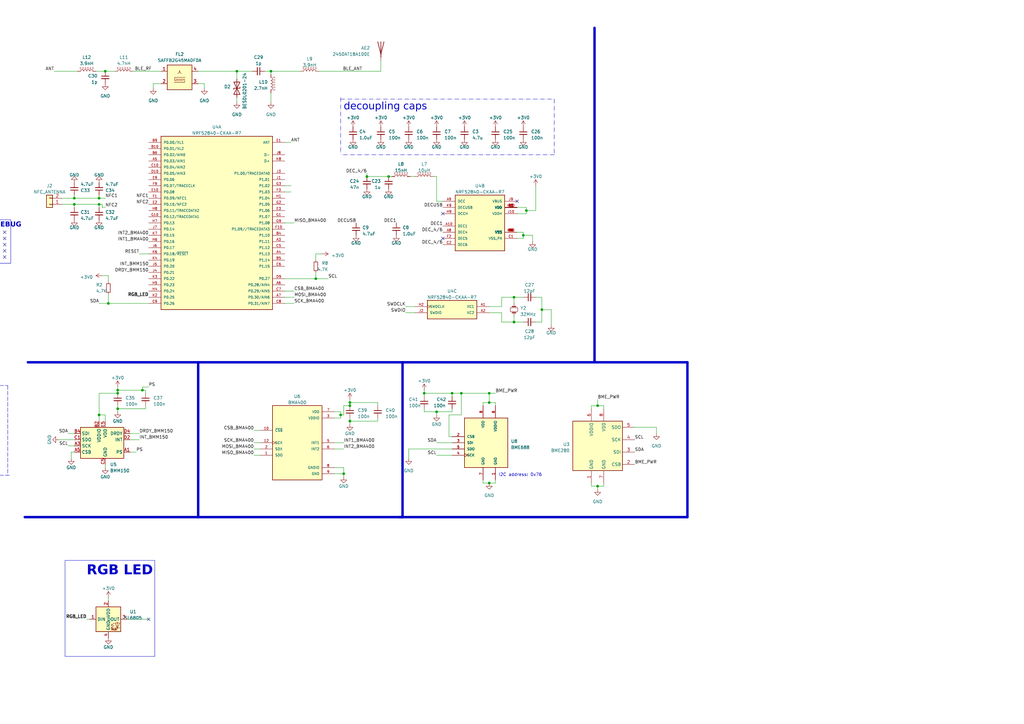
<source format=kicad_sch>
(kicad_sch (version 20230121) (generator eeschema)
  (paper "A3")
  (junction (at 173.99 161.29))
  (junction (at 40.64 83.82))
  (junction (at 200.66 165.1))
  (junction (at 189.23 161.29))
  (junction (at -204.47 132.715))
  (junction (at 185.42 161.29))
  (junction (at -137.16 45.085))
  (junction (at 48.26 160.02))
  (junction (at -191.135 80.01))
  (junction (at 245.11 166.37))
  (junction (at 214.63 96.52))
  (junction (at -220.98 132.715))
  (junction (at -105.41 28.575))
  (junction (at 159.385 72.39))
  (junction (at -96.52 28.575))
  (junction (at 30.48 81.28))
  (junction (at 210.82 132.08))
  (junction (at 200.66 198.12))
  (junction (at 97.155 29.21))
  (junction (at 111.125 29.21))
  (junction (at 150.495 72.39))
  (junction (at -245.11 80.01))
  (junction (at 40.64 81.28))
  (junction (at 48.26 167.64))
  (junction (at -259.08 80.01))
  (junction (at 179.07 168.91))
  (junction (at 44.45 124.46))
  (junction (at 200.66 161.29))
  (junction (at 143.51 166.37))
  (junction (at 245.11 199.39))
  (junction (at -135.89 200.025))
  (junction (at 43.18 29.21))
  (junction (at -204.47 119.38))
  (junction (at 139.7 170.18))
  (junction (at 40.64 170.18))
  (junction (at 58.42 160.02))
  (junction (at 48.26 161.29))
  (junction (at -220.98 125.73))
  (junction (at 210.82 121.92))
  (junction (at 140.97 194.31))
  (junction (at 129.54 114.3))
  (junction (at 143.51 165.1))
  (junction (at 30.48 83.82))
  (junction (at 215.9 86.36))
  (junction (at 143.51 172.72))
  (junction (at 222.25 127))
  (no_connect (at -104.14 69.85))
  (no_connect (at -104.14 128.27))
  (no_connect (at -104.14 179.07))
  (no_connect (at 1.905 95.25))
  (no_connect (at 60.96 254))
  (no_connect (at -104.14 163.83))
  (no_connect (at -124.46 54.61))
  (no_connect (at 181.61 87.63))
  (no_connect (at 181.61 97.79))
  (no_connect (at -104.14 181.61))
  (no_connect (at 212.09 82.55))
  (no_connect (at -104.14 107.95))
  (no_connect (at -104.14 135.89))
  (no_connect (at -104.14 82.55))
  (no_connect (at -132.08 54.61))
  (no_connect (at 1.905 105.41))
  (no_connect (at 1.905 97.79))
  (no_connect (at -104.14 77.47))
  (no_connect (at 1.905 102.87))
  (no_connect (at -104.14 171.45))
  (no_connect (at -104.14 64.77))
  (no_connect (at -104.14 161.29))
  (no_connect (at -104.14 102.87))
  (no_connect (at -104.14 62.23))
  (no_connect (at -104.14 138.43))
  (no_connect (at -104.14 186.69))
  (no_connect (at -104.14 156.21))
  (no_connect (at 1.905 100.33))
  (no_connect (at -104.14 153.67))
  (no_connect (at -104.14 74.93))
  (no_connect (at -104.14 189.23))
  (no_connect (at -104.14 158.75))
  (no_connect (at -104.14 120.65))
  (no_connect (at -104.14 118.11))
  (no_connect (at -104.14 146.05))
  (no_connect (at -104.14 173.99))
  (no_connect (at -104.14 105.41))
  (wire (pts (xy -144.78 52.07) (xy -144.78 54.61)))
  (wire (pts (xy -304.165 80.01) (xy -278.765 80.01)))
  (wire (pts (xy -304.8 185.42) (xy -304.8 184.15)))
  (wire (pts (xy 269.24 175.26) (xy 269.24 177.8)))
  (wire (pts (xy 40.64 85.09) (xy 40.64 83.82)))
  (wire (pts (xy 205.74 125.73) (xy 205.74 121.92)))
  (wire (pts (xy 260.35 175.26) (xy 269.24 175.26)))
  (wire (pts (xy 226.06 133.35) (xy 226.06 127)))
  (wire (pts (xy 205.74 121.92) (xy 210.82 121.92)))
  (wire (pts (xy 170.18 72.39) (xy 168.275 72.39)))
  (wire (pts (xy 120.65 124.46) (xy 116.84 124.46)))
  (wire (pts (xy -134.62 200.025) (xy -134.62 196.85)))
  (wire (pts (xy -167.64 33.655) (xy -167.64 34.925)))
  (wire (pts (xy -152.4 48.26) (xy -195.58 48.26)))
  (wire (pts (xy 242.57 199.39) (xy 245.11 199.39)))
  (wire (pts (xy -186.69 119.38) (xy -186.69 120.65)))
  (wire (pts (xy 52.07 254) (xy 60.96 254)))
  (wire (pts (xy -17.78 184.785) (xy -17.78 182.88)))
  (wire (pts (xy 97.155 29.21) (xy 97.155 32.385)))
  (wire (pts (xy 62.865 34.29) (xy 66.04 34.29)))
  (wire (pts (xy 57.15 104.14) (xy 60.96 104.14)))
  (wire (pts (xy 198.12 198.12) (xy 200.66 198.12)))
  (wire (pts (xy 200.66 165.1) (xy 200.66 161.29)))
  (wire (pts (xy -96.52 27.305) (xy -96.52 28.575)))
  (wire (pts (xy -88.265 90.17) (xy -104.14 90.17)))
  (wire (pts (xy -88.265 110.49) (xy -104.14 110.49)))
  (wire (pts (xy -204.47 132.715) (xy -186.69 132.715)))
  (wire (pts (xy -88.265 92.71) (xy -104.14 92.71)))
  (wire (pts (xy 156.21 29.21) (xy 130.81 29.21)))
  (wire (pts (xy 218.44 99.06) (xy 218.44 96.52)))
  (wire (pts (xy 57.15 180.34) (xy 53.34 180.34)))
  (wire (pts (xy -88.265 166.37) (xy -104.14 166.37)))
  (wire (pts (xy 203.2 165.1) (xy 200.66 165.1)))
  (wire (pts (xy 41.91 83.82) (xy 40.64 83.82)))
  (wire (pts (xy 129.54 114.3) (xy 116.84 114.3)))
  (wire (pts (xy 41.91 113.03) (xy 44.45 113.03)))
  (wire (pts (xy -304.165 75.565) (xy -304.165 80.01)))
  (wire (pts (xy 62.865 34.29) (xy 62.865 36.195)))
  (wire (pts (xy 173.99 161.29) (xy 173.99 162.56)))
  (wire (pts (xy -194.945 80.01) (xy -191.135 80.01)))
  (wire (pts (xy 245.11 163.83) (xy 245.11 166.37)))
  (wire (pts (xy 83.82 34.29) (xy 83.82 36.195)))
  (wire (pts (xy 200.66 128.27) (xy 205.74 128.27)))
  (wire (pts (xy 27.94 182.88) (xy 30.48 182.88)))
  (wire (pts (xy 44.45 245.11) (xy 44.45 246.38)))
  (wire (pts (xy 185.42 179.07) (xy 184.15 179.07)))
  (wire (pts (xy 219.71 86.36) (xy 215.9 86.36)))
  (wire (pts (xy 111.125 38.1) (xy 111.125 41.91)))
  (wire (pts (xy -127 28.575) (xy -123.825 28.575)))
  (wire (pts (xy 210.82 132.08) (xy 210.82 129.54)))
  (wire (pts (xy -88.265 176.53) (xy -104.14 176.53)))
  (wire (pts (xy 44.45 124.46) (xy 60.96 124.46)))
  (wire (pts (xy 123.19 29.21) (xy 111.125 29.21)))
  (wire (pts (xy -88.265 97.79) (xy -104.14 97.79)))
  (wire (pts (xy 129.54 104.14) (xy 129.54 106.68)))
  (wire (pts (xy 40.64 80.01) (xy 40.64 81.28)))
  (wire (pts (xy 41.91 85.09) (xy 41.91 83.82)))
  (wire (pts (xy 29.21 185.42) (xy 29.21 187.96)))
  (wire (pts (xy 245.11 199.39) (xy 247.65 199.39)))
  (wire (pts (xy 200.66 161.29) (xy 203.2 161.29)))
  (wire (pts (xy 210.82 121.92) (xy 210.82 124.46)))
  (wire (pts (xy 59.69 161.29) (xy 59.69 160.02)))
  (wire (pts (xy 140.97 170.18) (xy 140.97 166.37)))
  (wire (pts (xy 132.08 104.14) (xy 129.54 104.14)))
  (polyline (pts (xy 3.175 158.115) (xy 3.175 194.945)) (stroke (width 0) (type dash)))
  (wire (pts (xy 57.15 177.8) (xy 53.34 177.8)))
  (wire (pts (xy 104.14 181.61) (xy 106.68 181.61)))
  (wire (pts (xy 185.42 186.69) (xy 179.07 186.69)))
  (wire (pts (xy -88.265 125.73) (xy -104.14 125.73)))
  (wire (pts (xy 30.48 185.42) (xy 29.21 185.42)))
  (wire (pts (xy -87.63 67.31) (xy -104.14 67.31)))
  (wire (pts (xy -137.16 196.85) (xy -137.16 200.025)))
  (wire (pts (xy 104.14 186.69) (xy 106.68 186.69)))
  (wire (pts (xy -17.78 182.88) (xy -13.97 182.88)))
  (wire (pts (xy 154.94 171.45) (xy 154.94 172.72)))
  (wire (pts (xy 200.66 161.29) (xy 189.23 161.29)))
  (wire (pts (xy 143.51 165.1) (xy 143.51 166.37)))
  (polyline (pts (xy 139.7 40.64) (xy 227.33 40.64)) (stroke (width 0) (type dash_dot)))
  (wire (pts (xy -157.48 34.29) (xy -157.48 34.925)))
  (wire (pts (xy 48.26 158.75) (xy 48.26 160.02)))
  (wire (pts (xy 214.63 132.08) (xy 210.82 132.08)))
  (wire (pts (xy -142.24 33.655) (xy -167.64 33.655)))
  (wire (pts (xy 245.11 166.37) (xy 242.57 166.37)))
  (wire (pts (xy 139.7 170.18) (xy 140.97 170.18)))
  (wire (pts (xy 104.14 184.15) (xy 106.68 184.15)))
  (wire (pts (xy 31.75 29.21) (xy 22.225 29.21)))
  (wire (pts (xy 25.4 83.82) (xy 30.48 83.82)))
  (wire (pts (xy -149.86 52.07) (xy -149.86 54.61)))
  (wire (pts (xy 247.65 199.39) (xy 247.65 198.12)))
  (wire (pts (xy 46.99 29.21) (xy 43.18 29.21)))
  (wire (pts (xy -318.77 176.53) (xy -304.8 176.53)))
  (polyline (pts (xy 139.7 40.005) (xy 139.7 62.865)) (stroke (width 0) (type dash_dot)))
  (wire (pts (xy -245.11 90.805) (xy -245.11 92.71)))
  (wire (pts (xy 205.74 128.27) (xy 205.74 132.08)))
  (wire (pts (xy 179.07 168.91) (xy 173.99 168.91)))
  (wire (pts (xy -13.335 85.09) (xy -104.14 85.09)))
  (wire (pts (xy -210.82 85.09) (xy -210.82 86.995)))
  (wire (pts (xy -186.69 120.65) (xy -170.18 120.65)))
  (wire (pts (xy -157.48 54.61) (xy -157.48 51.435)))
  (wire (pts (xy -318.135 165.1) (xy -303.53 165.1)))
  (wire (pts (xy 48.26 160.02) (xy 48.26 161.29)))
  (wire (pts (xy 111.125 30.48) (xy 111.125 29.21)))
  (wire (pts (xy 242.57 198.12) (xy 242.57 199.39)))
  (wire (pts (xy -173.99 51.435) (xy -157.48 51.435)))
  (polyline (pts (xy -270.51 192.405) (xy -361.95 192.405)) (stroke (width 0) (type dash)))
  (wire (pts (xy -147.32 34.29) (xy -157.48 34.29)))
  (wire (pts (xy -147.32 54.61) (xy -147.32 34.29)))
  (wire (pts (xy 25.4 81.28) (xy 30.48 81.28)))
  (wire (pts (xy -204.47 119.38) (xy -186.69 119.38)))
  (wire (pts (xy 198.12 165.1) (xy 198.12 166.37)))
  (wire (pts (xy -170.18 130.81) (xy -186.69 130.81)))
  (wire (pts (xy -135.89 200.025) (xy -134.62 200.025)))
  (wire (pts (xy -88.265 113.03) (xy -104.14 113.03)))
  (wire (pts (xy 119.38 76.2) (xy 116.84 76.2)))
  (wire (pts (xy 58.42 160.02) (xy 48.26 160.02)))
  (wire (pts (xy 44.45 120.65) (xy 44.45 124.46)))
  (polyline (pts (xy 227.33 40.64) (xy 227.33 63.5)) (stroke (width 0) (type dash_dot)))
  (polyline (pts (xy 281.94 148.59) (xy 281.94 212.09)) (stroke (width 1)))
  (wire (pts (xy -88.265 80.01) (xy -104.14 80.01)))
  (polyline (pts (xy -361.95 135.255) (xy -361.95 192.405)) (stroke (width 0) (type dash)))
  (wire (pts (xy 143.51 163.83) (xy 143.51 165.1)))
  (wire (pts (xy -88.265 95.25) (xy -104.14 95.25)))
  (wire (pts (xy -259.08 81.28) (xy -259.08 80.01)))
  (wire (pts (xy 55.88 185.42) (xy 53.34 185.42)))
  (wire (pts (xy 30.48 83.82) (xy 30.48 85.09)))
  (wire (pts (xy 181.61 82.55) (xy 179.07 82.55)))
  (wire (pts (xy -106.68 28.575) (xy -105.41 28.575)))
  (wire (pts (xy 27.94 177.8) (xy 30.48 177.8)))
  (wire (pts (xy -134.62 45.085) (xy -134.62 54.61)))
  (wire (pts (xy -137.16 41.91) (xy -137.16 45.085)))
  (wire (pts (xy 179.07 82.55) (xy 179.07 72.39)))
  (wire (pts (xy 143.51 165.1) (xy 154.94 165.1)))
  (wire (pts (xy 139.7 170.18) (xy 139.7 171.45)))
  (wire (pts (xy 44.45 113.03) (xy 44.45 115.57)))
  (polyline (pts (xy -29.845 158.115) (xy -29.845 194.945)) (stroke (width 0) (type dash)))
  (wire (pts (xy 215.9 87.63) (xy 212.09 87.63)))
  (wire (pts (xy 173.99 160.02) (xy 173.99 161.29)))
  (wire (pts (xy 120.65 91.44) (xy 116.84 91.44)))
  (wire (pts (xy 167.64 184.15) (xy 185.42 184.15)))
  (wire (pts (xy 160.655 72.39) (xy 159.385 72.39)))
  (wire (pts (xy 166.37 128.27) (xy 170.18 128.27)))
  (polyline (pts (xy 81.28 212.09) (xy 165.1 212.09)) (stroke (width 1)))
  (wire (pts (xy 81.28 29.21) (xy 97.155 29.21)))
  (wire (pts (xy 166.37 125.73) (xy 170.18 125.73)))
  (wire (pts (xy -220.98 119.38) (xy -215.265 119.38)))
  (wire (pts (xy -210.82 85.09) (xy -213.995 85.09)))
  (wire (pts (xy 40.64 161.29) (xy 48.26 161.29)))
  (wire (pts (xy 30.48 81.28) (xy 30.48 80.01)))
  (wire (pts (xy 104.14 176.53) (xy 106.68 176.53)))
  (wire (pts (xy -245.11 80.01) (xy -245.11 83.185)))
  (wire (pts (xy 159.385 72.39) (xy 150.495 72.39)))
  (wire (pts (xy 219.71 121.92) (xy 222.25 121.92)))
  (polyline (pts (xy -363.22 135.255) (xy -271.78 135.255)) (stroke (width 0) (type dash)))
  (wire (pts (xy -304.8 184.15) (xy -318.135 184.15)))
  (wire (pts (xy 143.51 173.99) (xy 143.51 172.72)))
  (wire (pts (xy -229.235 85.09) (xy -231.775 85.09)))
  (wire (pts (xy 43.18 29.21) (xy 39.37 29.21)))
  (wire (pts (xy 222.25 121.92) (xy 222.25 127)))
  (wire (pts (xy 215.9 86.36) (xy 215.9 87.63)))
  (wire (pts (xy 214.63 121.92) (xy 210.82 121.92)))
  (wire (pts (xy 212.09 95.25) (xy 214.63 95.25)))
  (wire (pts (xy 214.63 95.25) (xy 214.63 96.52)))
  (wire (pts (xy -88.265 130.81) (xy -104.14 130.81)))
  (wire (pts (xy 245.11 166.37) (xy 247.65 166.37)))
  (polyline (pts (xy 3.81 194.945) (xy -29.21 194.945)) (stroke (width 0) (type dash)))
  (wire (pts (xy -195.58 48.26) (xy -195.58 59.055)))
  (wire (pts (xy 140.97 191.77) (xy 137.16 191.77)))
  (wire (pts (xy 242.57 166.37) (xy 242.57 167.64)))
  (wire (pts (xy -210.185 119.38) (xy -204.47 119.38)))
  (wire (pts (xy 140.97 166.37) (xy 143.51 166.37)))
  (wire (pts (xy 137.16 194.31) (xy 140.97 194.31)))
  (wire (pts (xy -201.93 125.73) (xy -199.39 125.73)))
  (wire (pts (xy -17.78 172.085) (xy -17.78 175.26)))
  (wire (pts (xy -88.265 143.51) (xy -104.14 143.51)))
  (wire (pts (xy -304.8 174.625) (xy -304.8 176.53)))
  (wire (pts (xy -137.16 200.025) (xy -135.89 200.025)))
  (wire (pts (xy -105.41 28.575) (xy -96.52 28.575)))
  (wire (pts (xy 120.65 121.92) (xy 116.84 121.92)))
  (wire (pts (xy 40.64 124.46) (xy 44.45 124.46)))
  (wire (pts (xy -87.63 72.39) (xy -104.14 72.39)))
  (wire (pts (xy -88.265 148.59) (xy -104.14 148.59)))
  (polyline (pts (xy 243.84 148.59) (xy 281.94 148.59)) (stroke (width 1)))
  (wire (pts (xy -259.08 80.01) (xy -256.54 80.01)))
  (wire (pts (xy 40.64 81.28) (xy 43.18 81.28)))
  (wire (pts (xy -259.08 88.9) (xy -259.08 92.71)))
  (wire (pts (xy 140.97 181.61) (xy 137.16 181.61)))
  (wire (pts (xy 30.48 83.82) (xy 40.64 83.82)))
  (wire (pts (xy 59.69 166.37) (xy 59.69 167.64)))
  (wire (pts (xy 59.69 167.64) (xy 48.26 167.64)))
  (wire (pts (xy -88.265 151.13) (xy -104.14 151.13)))
  (wire (pts (xy -154.94 49.53) (xy -154.94 54.61)))
  (wire (pts (xy -213.995 80.01) (xy -202.565 80.01)))
  (wire (pts (xy -191.135 80.01) (xy -187.325 80.01)))
  (wire (pts (xy 59.69 160.02) (xy 58.42 160.02)))
  (polyline (pts (xy -29.845 158.115) (xy 3.175 158.115)) (stroke (width 0) (type dash)))
  (wire (pts (xy 203.2 196.85) (xy 203.2 198.12)))
  (polyline (pts (xy 11.43 148.59) (xy 243.84 148.59)) (stroke (width 1)))
  (wire (pts (xy 173.99 161.29) (xy 185.42 161.29)))
  (polyline (pts (xy 227.33 63.5) (xy 139.7 63.5)) (stroke (width 0) (type dash_dot)))
  (wire (pts (xy -189.23 168.91) (xy -170.18 168.91)))
  (wire (pts (xy 43.18 172.72) (xy 43.18 170.18)))
  (wire (pts (xy 156.21 24.765) (xy 156.21 29.21)))
  (wire (pts (xy -184.15 49.53) (xy -154.94 49.53)))
  (wire (pts (xy 203.2 166.37) (xy 203.2 165.1)))
  (wire (pts (xy 184.15 179.07) (xy 184.15 170.18)))
  (wire (pts (xy -271.145 80.01) (xy -259.08 80.01)))
  (wire (pts (xy 40.64 170.18) (xy 40.64 161.29)))
  (wire (pts (xy 173.99 168.91) (xy 173.99 167.64)))
  (wire (pts (xy -17.78 175.26) (xy -13.335 175.26)))
  (wire (pts (xy -137.16 45.085) (xy -137.16 54.61)))
  (wire (pts (xy -13.335 87.63) (xy -104.14 87.63)))
  (polyline (pts (xy 81.28 148.59) (xy 81.28 212.09)) (stroke (width 1)))
  (wire (pts (xy -127 54.61) (xy -127 28.575)))
  (wire (pts (xy -210.82 132.715) (xy -204.47 132.715)))
  (wire (pts (xy 226.06 127) (xy 222.25 127)))
  (wire (pts (xy -88.265 115.57) (xy -104.14 115.57)))
  (wire (pts (xy -116.205 28.575) (xy -114.3 28.575)))
  (wire (pts (xy -142.24 54.61) (xy -142.24 33.655)))
  (wire (pts (xy -220.98 132.715) (xy -220.98 133.985)))
  (wire (pts (xy 119.38 58.42) (xy 116.84 58.42)))
  (wire (pts (xy 247.65 167.64) (xy 247.65 166.37)))
  (wire (pts (xy -152.4 54.61) (xy -152.4 48.26)))
  (wire (pts (xy 219.71 76.2) (xy 219.71 86.36)))
  (wire (pts (xy 119.38 78.74) (xy 116.84 78.74)))
  (wire (pts (xy 60.96 158.75) (xy 58.42 158.75)))
  (wire (pts (xy 184.15 170.18) (xy 189.23 170.18)))
  (wire (pts (xy -318.77 150.495) (xy -304.165 150.495)))
  (wire (pts (xy 111.125 29.21) (xy 108.585 29.21)))
  (wire (pts (xy 140.97 194.31) (xy 140.97 191.77)))
  (wire (pts (xy -251.46 80.01) (xy -245.11 80.01)))
  (wire (pts (xy 198.12 196.85) (xy 198.12 198.12)))
  (wire (pts (xy 215.9 85.09) (xy 215.9 86.36)))
  (wire (pts (xy 189.23 170.18) (xy 189.23 161.29)))
  (wire (pts (xy 154.94 166.37) (xy 154.94 165.1)))
  (wire (pts (xy 154.94 172.72) (xy 143.51 172.72)))
  (wire (pts (xy -184.15 59.055) (xy -184.15 49.53)))
  (wire (pts (xy 24.13 180.34) (xy 30.48 180.34)))
  (wire (pts (xy 140.97 184.15) (xy 137.16 184.15)))
  (wire (pts (xy -88.265 133.35) (xy -104.14 133.35)))
  (wire (pts (xy -231.775 85.09) (xy -231.775 86.995)))
  (wire (pts (xy -88.265 100.33) (xy -104.14 100.33)))
  (wire (pts (xy 139.7 171.45) (xy 137.16 171.45)))
  (wire (pts (xy 214.63 96.52) (xy 214.63 97.79)))
  (wire (pts (xy -179.705 80.01) (xy -170.18 80.01)))
  (wire (pts (xy -88.265 168.91) (xy -104.14 168.91)))
  (wire (pts (xy 245.11 199.39) (xy 245.11 200.66)))
  (wire (pts (xy 218.44 96.52) (xy 214.63 96.52)))
  (wire (pts (xy 214.63 97.79) (xy 212.09 97.79)))
  (polyline (pts (xy 281.94 212.09) (xy 163.83 212.09)) (stroke (width 1)))
  (wire (pts (xy -204.47 123.19) (xy -204.47 119.38)))
  (wire (pts (xy 48.26 167.64) (xy 48.26 166.37)))
  (wire (pts (xy -189.23 173.99) (xy -170.18 173.99)))
  (wire (pts (xy 200.66 198.12) (xy 203.2 198.12)))
  (wire (pts (xy 179.07 181.61) (xy 185.42 181.61)))
  (wire (pts (xy 212.09 85.09) (xy 215.9 85.09)))
  (wire (pts (xy 43.18 85.09) (xy 41.91 85.09)))
  (wire (pts (xy 150.495 71.12) (xy 150.495 72.39)))
  (wire (pts (xy -173.99 59.055) (xy -173.99 51.435)))
  (wire (pts (xy 40.64 172.72) (xy 40.64 170.18)))
  (wire (pts (xy -220.98 125.73) (xy -207.01 125.73)))
  (wire (pts (xy 48.26 168.91) (xy 48.26 167.64)))
  (polyline (pts (xy 10.16 212.09) (xy 81.28 212.09)) (stroke (width 1)))
  (wire (pts (xy 134.62 114.3) (xy 129.54 114.3)))
  (wire (pts (xy 35.56 254) (xy 36.83 254)))
  (wire (pts (xy 140.97 195.58) (xy 140.97 194.31)))
  (wire (pts (xy 167.64 184.15) (xy 167.64 187.96)))
  (wire (pts (xy 143.51 172.72) (xy 143.51 171.45)))
  (wire (pts (xy 222.25 132.08) (xy 219.71 132.08)))
  (wire (pts (xy 200.66 125.73) (xy 205.74 125.73)))
  (wire (pts (xy -220.98 132.715) (xy -215.9 132.715)))
  (wire (pts (xy 58.42 158.75) (xy 58.42 160.02)))
  (wire (pts (xy 185.42 167.64) (xy 185.42 168.91)))
  (wire (pts (xy -134.62 45.085) (xy -137.16 45.085)))
  (wire (pts (xy 129.54 111.76) (xy 129.54 114.3)))
  (wire (pts (xy 222.25 127) (xy 222.25 132.08)))
  (wire (pts (xy 43.18 190.5) (xy 43.18 191.77)))
  (wire (pts (xy -220.98 119.38) (xy -220.98 125.73)))
  (wire (pts (xy 97.155 40.005) (xy 97.155 41.91)))
  (wire (pts (xy 66.04 29.21) (xy 54.61 29.21)))
  (wire (pts (xy 81.28 34.29) (xy 83.82 34.29)))
  (wire (pts (xy 137.16 168.91) (xy 139.7 168.91)))
  (wire (pts (xy 103.505 29.21) (xy 97.155 29.21)))
  (wire (pts (xy -186.69 132.715) (xy -186.69 130.81)))
  (wire (pts (xy 200.66 165.1) (xy 198.12 165.1)))
  (wire (pts (xy 40.64 81.28) (xy 30.48 81.28)))
  (polyline (pts (xy 243.84 11.43) (xy 243.84 148.59)) (stroke (width 1)))
  (wire (pts (xy 205.74 132.08) (xy 210.82 132.08)))
  (wire (pts (xy -229.235 80.01) (xy -245.11 80.01)))
  (wire (pts (xy -88.265 123.19) (xy -104.14 123.19)))
  (polyline (pts (xy -270.51 135.255) (xy -270.51 192.405)) (stroke (width 0) (type dash)))
  (wire (pts (xy 120.65 119.38) (xy 116.84 119.38)))
  (wire (pts (xy 179.07 72.39) (xy 177.8 72.39)))
  (wire (pts (xy 185.42 162.56) (xy 185.42 161.29)))
  (wire (pts (xy 185.42 168.91) (xy 179.07 168.91)))
  (wire (pts (xy -189.23 171.45) (xy -170.18 171.45)))
  (wire (pts (xy 43.18 170.18) (xy 40.64 170.18)))
  (wire (pts (xy -318.135 157.48) (xy -303.53 157.48)))
  (polyline (pts (xy 165.1 212.09) (xy 165.1 148.59)) (stroke (width 1)))
  (wire (pts (xy -204.47 132.715) (xy -204.47 128.27)))
  (wire (pts (xy 179.07 168.91) (xy 179.07 170.18)))
  (wire (pts (xy 139.7 168.91) (xy 139.7 170.18)))
  (wire (pts (xy -220.98 125.73) (xy -220.98 132.715)))
  (wire (pts (xy 189.23 161.29) (xy 185.42 161.29)))
  (rectangle (start 26.67 229.87) (end 63.5 269.24))
  (rectangle (start -17.145 90.17) (end 4.445 107.95))
  (rectangle (start -17.145 79.375) (end -0.635 89.535))
  (text "NFC\n" (at -10.795 83.185 0) (effects (font (size 2 2) bold) (justify left bottom)))
  (text "SWD  INTERFACE  CONNECTOR" (at -354.965 144.145 0) (effects (font (size 3 3)) (justify left bottom)))
  (text "RGB LED" (at 35.56 237.49 0) (effects (font (size 4 4) bold) (justify left bottom)))
  (text "TRACE DEBUG" (at -13.335 93.98 0) (effects (font (size 2 2) bold) (justify left bottom)))
  (text "BOOT PIN" (at -22.86 165.1 0) (effects (font (size 3 3)) (justify left bottom)))
  (text "decoupling caps" (at 140.97 46.355 0) (effects (font (size 3 3)) (justify left bottom)))
  (text "I2C address: 0x76" (at 204.47 195.58 0) (effects (font (size 1.27 1.27)) (justify left bottom)))
  (label "RGB_LED" (at 35.56 254 180) (effects (font bold)))
  (label "INT_BMM150" (at 60.96 109.22 180))
  (label "TRACEDATA3" (at -88.265 166.37 0))
  (label "SWDIO" (at 166.37 128.27 180))
  (label "DEC_4{slash}6" (at -96.52 27.305 0))
  (label "INT1_BMA400" (at 140.97 181.61 0))
  (label "CSB_BMA400" (at 104.14 176.53 180))
  (label "SWDIO" (at -304.165 150.495 0))
  (label "RESET" (at -189.23 168.91 180))
  (label "CSB_BMA400" (at 120.65 119.38 0))
  (label "DEC1" (at 181.61 92.71 180))
  (label "NFC2" (at 43.18 85.09 0))
  (label "DEC_4{slash}6" (at 150.495 71.12 180))
  (label "BLE_RF" (at 62.23 29.21 180))
  (label "RGB_LED" (at 60.96 121.92 180) (effects (font bold)))
  (label "INT2_BMA400" (at 140.97 184.15 0))
  (label "BLE_ANT" (at 148.59 29.21 180))
  (label "DRDY_BMM150" (at 60.96 111.76 180))
  (label "TRACEDATA0" (at -88.265 143.51 0))
  (label "BME_PWR" (at 203.2 161.29 0))
  (label "SDA" (at 260.35 185.42 0))
  (label "SWDCLK" (at -303.53 157.48 0))
  (label "INT_BMM150" (at 57.15 180.34 0))
  (label "SWDCLK" (at -189.23 171.45 180))
  (label "MISO_BMA400" (at 120.65 91.44 0))
  (label "DEC1" (at 162.56 91.44 180))
  (label "SCL" (at 260.35 180.34 0))
  (label "SDA" (at 179.07 181.61 180))
  (label "SCL" (at 179.07 186.69 180))
  (label "MISO_BMA400" (at 104.14 186.69 180))
  (label "DECUSB" (at 146.05 91.44 180))
  (label "SCL" (at 134.62 114.3 0))
  (label "SDA" (at 40.64 124.46 180))
  (label "BLE_RF" (at -210.185 80.01 0))
  (label "RESET" (at 57.15 104.14 180))
  (label "SWDCLK" (at 166.37 125.73 180))
  (label "SCK_BMA400" (at 104.14 181.61 180))
  (label "DECUSB" (at 181.61 85.09 180))
  (label "SWDIO" (at -189.23 173.99 180))
  (label "MOSI_BMA400" (at 104.14 184.15 180))
  (label "SDA" (at 27.94 177.8 180))
  (label "DEC_4{slash}6" (at 181.61 95.25 180))
  (label "BME_PWR" (at 245.11 163.83 0))
  (label "DRDY_BMM150" (at 57.15 177.8 0))
  (label "DEC_4{slash}6" (at 181.61 100.33 180))
  (label "BOOT" (at -88.265 176.53 0))
  (label "ANT" (at 119.38 58.42 0))
  (label "SCK_BMA400" (at 120.65 124.46 0))
  (label "TRACEDATA2" (at -88.265 90.17 0))
  (label "PS" (at 60.96 158.75 0))
  (label "TRACECLK" (at -88.265 80.01 0))
  (label "BME_PWR" (at 260.35 190.5 0))
  (label "PS" (at 55.88 185.42 0))
  (label "INT1_BMA400" (at 60.96 99.06 180))
  (label "NFC1" (at 60.96 81.28 180))
  (label "INT2_BMA400" (at 60.96 96.52 180))
  (label "MOSI_BMA400" (at 120.65 121.92 0))
  (label "BLE_ANT" (at -296.545 80.01 0))
  (label "DEC_4{slash}6" (at -149.86 52.07 90))
  (label "BOOT" (at -17.78 172.085 180))
  (label "NFC1" (at 43.18 81.28 0))
  (label "NFC2" (at 60.96 83.82 180))
  (label "TRACEDATA1" (at -88.265 92.71 0))
  (label "RESET" (at -303.53 165.1 0))
  (label "ANT" (at 22.225 29.21 180))
  (label "DEC_4{slash}6" (at -144.78 52.07 90))
  (label "SCL" (at 27.94 182.88 180))
  (hierarchical_label "SCK" (shape output) (at -88.265 133.35 0))
  (hierarchical_label "SCL" (shape output) (at -88.265 151.13 0))
  (hierarchical_label "BAT_MEASURE_ENABLE" (shape input) (at -88.265 95.25 0))
  (hierarchical_label "SDA" (shape output) (at -88.265 148.59 0))
  (hierarchical_label "INT1" (shape output) (at -88.265 100.33 0) (effects (font bold)))
  (hierarchical_label "INT" (shape output) (at -88.265 110.49 0) (effects (font bold)))
  (hierarchical_label "MOSI" (shape output) (at -88.265 130.81 0))
  (hierarchical_label "RGB_LED" (shape output) (at -88.265 115.57 0) (effects (font bold)))
  (hierarchical_label "SENSORS_PWR" (shape output) (at -88.265 168.91 0) (effects (font bold)))
  (hierarchical_label "NFC2" (shape input) (at -13.335 87.63 0))
  (hierarchical_label "BAT_MEASURE" (shape input) (at -87.63 67.31 0))
  (hierarchical_label "DRDY" (shape output) (at -88.265 113.03 0) (effects (font bold)))
  (hierarchical_label "NFC1" (shape input) (at -13.335 85.09 0))
  (hierarchical_label "CS" (shape output) (at -88.265 123.19 0) (effects (font bold)))
  (hierarchical_label "MISO" (shape output) (at -88.265 125.73 0))
  (hierarchical_label "CS_ADXL" (shape output) (at -87.63 72.39 0) (effects (font bold)))
  (hierarchical_label "INT1_ADXL" (shape input) (at -88.265 97.79 0) (effects (font bold)))
  (symbol (lib_id "Device:Antenna") (at -304.165 70.485 0) (unit 1)
    (property "Reference" "AE1" (at -299.72 70.485 0) (effects (justify left)))
    (property "Value" "2450AT18A100E" (at -299.72 73.025 0) (effects (justify left)))
    (property "Footprint" "greencharge-footprints:ANTENNA_2450AT18A100E" (effects hide))
  )
  (symbol (lib_id "GCL_Integrated-Circuits:BME688") (at 200.66 181.61 0) (mirror y) (unit 1)
    (property "Reference" "U8" (at 209.55 180.975 0) (effects (justify right)))
    (property "Value" "BME688" (at 209.55 183.515 0) (effects (justify right)))
    (property "Footprint" "greencharge-footprints:IC_BME688" (effects hide))
    (property "PARTREV" "1.0" (effects hide))
    (property "MANUFACTURER" "BOSCH" (effects hide))
    (property "MAXIMUM_PACKAGE_HEIGHT" "1.0 mm" (effects hide))
    (property "STANDARD" "Manufacturer recommendations" (effects hide))
    (instances (project "THINGY_2.0" (path "" (reference "U8") (unit 1)) (path "" (reference "U11") (unit 1))))
  )
  (symbol (lib_id "power:+3V0") (at 132.08 104.14 270) (mirror x) (unit 1)
    (property "Reference" "#PWR011" (effects hide))
    (property "Value" "+3V0" (at 135.89 104.775 90) (effects (justify left)))
    (instances (project "THINGY_2.0" (path "" (reference "#PWR011") (unit 1)) (path "" (reference "#PWR057") (unit 1))))
  )
  (symbol (lib_id "Device:L_Ferrite") (at 35.56 29.21 270) (mirror x) (unit 1)
    (property "Reference" "L12" (at 35.56 23.495 90))
    (property "Value" "3.9nH" (at 35.56 26.035 90))
    (property "Footprint" "Inductor_SMD:L_0402_1005Metric" (effects hide))
  )
  (symbol (lib_id "power:GND") (at 97.155 41.91 0) (mirror y) (unit 1)
    (property "Reference" "#PWR022" (effects hide))
    (property "Value" "GND" (at 97.155 46.99 0))
  )
  (symbol (lib_id "power:GND") (at 44.45 261.62 0) (unit 1)
    (property "Reference" "#PWR069" (effects hide))
    (property "Value" "GND" (at 44.45 265.43 0))
    (instances (project "THINGY_2.0" (path "" (reference "#PWR069") (unit 1)) (path "" (reference "#PWR090") (unit 1)) (path "" (reference "#PWR058") (unit 1))))
  )
  (symbol (lib_id "Filter:SAFFB942MFM0F0A") (at 73.66 31.75 0) (unit 1)
    (property "Reference" "FL2" (at 73.66 22.225 0))
    (property "Value" "SAFFB2G45MA0F0A" (at 73.66 24.765 0))
    (property "Footprint" "greencharge-footprints:SAFFB881MAN0F0A" (effects hide))
    (property "Datasheet" "https://www.murata.com/~/media/webrenewal/support/library/catalog/products/filter/rf/p73e.ashx?la=en" (effects hide))
  )
  (symbol (lib_id "power:+3V0") (at -137.16 41.91 0) (unit 1)
    (property "Reference" "#PWR011" (effects hide))
    (property "Value" "+3V0" (at -137.16 38.1 0))
    (instances (project "THINGY_2.0" (path "" (reference "#PWR011") (unit 1)) (path "" (reference "#PWR028") (unit 1))))
  )
  (symbol (lib_id "power:GND") (at -96.52 33.655 0) (unit 1)
    (property "Reference" "#PWR070" (effects hide))
    (property "Value" "GND" (at -96.52 36.83 0))
  )
  (symbol (lib_id "Device:C_Small") (at 43.18 31.75 0) (mirror y) (unit 1)
    (property "Reference" "C30" (at 40.005 31.1213 0) (effects (justify left)))
    (property "Value" "1p" (at 40.005 33.6613 0) (effects (justify left)))
    (property "Footprint" "Capacitor_SMD:C_0402_1005Metric" (effects hide))
  )
  (symbol (lib_id "Device:L_Ferrite") (at -183.515 80.01 90) (unit 1)
    (property "Reference" "L4" (at -183.515 74.295 90))
    (property "Value" "3.9nH" (at -183.515 76.835 90))
    (property "Footprint" "Inductor_SMD:L_0402_1005Metric" (effects hide))
  )
  (symbol (lib_id "Device:C_Small") (at 146.05 93.98 0) (unit 1)
    (property "Reference" "C9" (at 148.59 93.3513 0) (effects (justify left)))
    (property "Value" "4.7uF" (at 148.59 95.8913 0) (effects (justify left)))
    (property "Footprint" "Capacitor_SMD:C_0402_1005Metric" (effects hide))
  )
  (symbol (lib_id "power:GND") (at 43.18 34.29 0) (mirror y) (unit 1)
    (property "Reference" "#PWR025" (effects hide))
    (property "Value" "GND" (at 43.18 39.37 0))
  )
  (symbol (lib_id "power:+3V0") (at 167.64 52.07 0) (unit 1)
    (property "Reference" "#PWR011" (effects hide))
    (property "Value" "+3V0" (at 167.64 48.26 0))
    (instances (project "THINGY_2.0" (path "" (reference "#PWR011") (unit 1)) (path "" (reference "#PWR044") (unit 1))))
  )
  (symbol (lib_id "power:+3V0") (at 144.78 52.07 0) (unit 1)
    (property "Reference" "#PWR011" (effects hide))
    (property "Value" "+3V0" (at 144.78 48.26 0))
    (instances (project "THINGY_2.0" (path "" (reference "#PWR011") (unit 1)) (path "" (reference "#PWR036") (unit 1))))
  )
  (symbol (lib_id "power:GND") (at 140.97 195.58 0) (unit 1)
    (property "Reference" "#PWR047" (effects hide))
    (property "Value" "GND" (at 140.97 199.39 0))
  )
  (symbol (lib_id "Device:C_Small") (at -191.135 82.55 0) (unit 1)
    (property "Reference" "C17" (at -187.96 81.9213 0) (effects (justify left)))
    (property "Value" "1p" (at -187.96 84.4613 0) (effects (justify left)))
    (property "Footprint" "Capacitor_SMD:C_0402_1005Metric" (effects hide))
  )
  (symbol (lib_id "power:GND") (at 226.06 133.35 0) (unit 1)
    (property "Reference" "#PWR020" (effects hide))
    (property "Value" "GND" (at 226.06 136.525 0))
  )
  (symbol (lib_id "GCL_Integrated-Circuits:SK6805") (at 39.37 248.92 0) (unit 1)
    (property "Reference" "U1" (at 54.61 250.8759 0))
    (property "Value" "SL6805" (at 54.61 253.4159 0))
    (property "Footprint" "greencharge-footprints:0606-RGB" (effects hide))
    (instances (project "THINGY_2.0" (path "" (reference "U1") (unit 1)) (path "" (reference "U13") (unit 1))) (project "TUYA_CB3L_PROJECT" (path "" (reference "U7") (unit 1))))
  )
  (symbol (lib_id "power:GND") (at -231.775 86.995 0) (unit 1)
    (property "Reference" "#PWR080" (effects hide))
    (property "Value" "GND" (at -231.775 92.075 0))
  )
  (symbol (lib_id "power:+3V0") (at 179.07 52.07 0) (unit 1)
    (property "Reference" "#PWR011" (effects hide))
    (property "Value" "+3V0" (at 179.07 48.26 0))
    (instances (project "THINGY_2.0" (path "" (reference "#PWR011") (unit 1)) (path "" (reference "#PWR045") (unit 1))))
  )
  (symbol (lib_id "power:GND") (at -173.99 64.135 0) (unit 1)
    (property "Reference" "#PWR072" (effects hide))
    (property "Value" "GND" (at -173.99 67.31 0))
  )
  (symbol (lib_id "Device:C_Small") (at 106.045 29.21 270) (mirror x) (unit 1)
    (property "Reference" "C29" (at 106.045 23.495 90))
    (property "Value" "1p" (at 106.045 26.035 90))
    (property "Footprint" "Capacitor_SMD:C_0402_1005Metric" (effects hide))
  )
  (symbol (lib_id "Device:C_Small") (at -212.725 119.38 90) (unit 1)
    (property "Reference" "C20" (at -212.7187 113.665 90))
    (property "Value" "22p" (at -212.7187 116.205 90))
    (property "Footprint" "Capacitor_SMD:C_0402_1005Metric" (effects hide))
  )
  (symbol (lib_id "Device:D_TVS") (at -245.11 86.995 90) (unit 1)
    (property "Reference" "D1" (at -242.57 86.36 90) (effects (justify right)))
    (property "Value" "BESDL0201-24" (at -248.285 80.645 0) (effects (justify right)))
    (property "Footprint" "Diode_SMD:D_0201_0603Metric" (effects hide))
  )
  (symbol (lib_id "Device:L_Ferrite") (at 111.125 34.29 0) (mirror x) (unit 1)
    (property "Reference" "L10" (at 109.855 33.655 0) (effects (justify right)))
    (property "Value" "2.7nH" (at 109.855 36.195 0) (effects (justify right)))
    (property "Footprint" "Inductor_SMD:L_0402_1005Metric" (effects hide))
  )
  (symbol (lib_id "power:GND") (at 146.05 96.52 0) (unit 1)
    (property "Reference" "#PWR04" (effects hide))
    (property "Value" "GND" (at 146.05 99.695 0))
  )
  (symbol (lib_id "power:GND") (at -195.58 64.135 0) (unit 1)
    (property "Reference" "#PWR079" (effects hide))
    (property "Value" "GND" (at -195.58 67.31 0))
  )
  (symbol (lib_id "power:GND") (at 167.64 187.96 0) (unit 1)
    (property "Reference" "#PWR069" (effects hide))
    (property "Value" "GND" (at 167.64 193.04 0))
    (instances (project "THINGY_2.0" (path "" (reference "#PWR069") (unit 1)) (path "" (reference "#PWR074") (unit 1)) (path "" (reference "#PWR087") (unit 1)) (path "" (reference "#PWR049") (unit 1))))
  )
  (symbol (lib_id "Device:C_Small") (at 159.385 74.93 0) (mirror y) (unit 1)
    (property "Reference" "C23" (at 156.21 74.3013 0) (effects (justify left)))
    (property "Value" "1u" (at 156.21 76.8413 0) (effects (justify left)))
    (property "Footprint" "Capacitor_SMD:C_0402_1005Metric" (effects hide))
  )
  (symbol (lib_id "Device:D_TVS") (at 97.155 36.195 270) (mirror x) (unit 1)
    (property "Reference" "D2" (at 94.615 35.56 90) (effects (justify right)))
    (property "Value" "BESDL0201-24" (at 100.33 29.845 0) (effects (justify right)))
    (property "Footprint" "Diode_SMD:D_0201_0603Metric" (effects hide))
  )
  (symbol (lib_id "BMA400:BMA400") (at 121.92 181.61 0) (unit 1)
    (property "Reference" "U6" (at 121.92 162.56 0))
    (property "Value" "BMA400" (at 121.92 165.1 0))
    (property "Footprint" "XDCR_BMA400" (effects hide))
    (property "MF" "Bosch Sensortec" (effects hide))
    (property "DESCRIPTION" "Accelerometer X, Y, Z Axis ±2g, 4g, 8g, 16g 12-LGA _2x2_" (effects hide))
    (property "PACKAGE" "LGA-12 Bosch Tools" (effects hide))
    (property "PRICE" "None" (effects hide))
    (property "MP" "BMA400" (effects hide))
    (property "AVAILABILITY" "Unavailable" (effects hide))
  )
  (symbol (lib_id "Device:C_Small") (at 179.07 54.61 0) (unit 1)
    (property "Reference" "C7" (at 182.245 53.9813 0) (effects (justify left)))
    (property "Value" "100n" (at 182.245 56.5213 0) (effects (justify left)))
    (property "Footprint" "Capacitor_SMD:C_0402_1005Metric" (effects hide))
  )
  (symbol (lib_id "Sensor_Magnetic:BMM150") (at 43.18 180.34 0) (unit 1)
    (property "Reference" "U5" (at 45.1359 190.5 0) (effects (justify left)))
    (property "Value" "BMM150" (at 45.1359 193.04 0) (effects (justify left)))
    (property "Footprint" "Package_CSP:WLCSP-12_1.56x1.56mm_P0.4mm" (effects hide))
    (property "Datasheet" "https://www.mouser.com/datasheet/2/783/BST-BMM150-DS001-01-786480.pdf" (effects hide))
  )
  (symbol (lib_id "Connector:TestPoint") (at -13.335 175.26 270) (mirror x) (unit 1)
    (property "Reference" "3V1" (at -5.715 173.355 90))
    (property "Value" "3V0" (at -5.715 175.895 90))
    (property "Footprint" "brilliant-kicad-library:TestPoint_Pad_D0.9mm" (effects hide))
  )
  (symbol (lib_id "Device:C_Small") (at 144.78 54.61 0) (unit 1)
    (property "Reference" "C4" (at 147.32 53.9813 0) (effects (justify left)))
    (property "Value" "1.0uF" (at 147.32 56.5213 0) (effects (justify left)))
    (property "Footprint" "Capacitor_SMD:C_0402_1005Metric" (effects hide))
  )
  (symbol (lib_id "Device:C_Small") (at 217.17 121.92 90) (unit 1)
    (property "Reference" "C27" (at 217.1763 116.84 90))
    (property "Value" "12pF" (at 217.1763 119.38 90))
    (property "Footprint" "Capacitor_SMD:C_0402_1005Metric" (effects hide))
  )
  (symbol (lib_id "Device:R_Small") (at 44.45 118.11 0) (unit 1)
    (property "Reference" "R2" (at 39.37 116.84 0) (effects (justify left)))
    (property "Value" "4.7K" (at 39.37 119.38 0) (effects (justify left)))
  )
  (symbol (lib_id "power:+3V0") (at 156.21 52.07 0) (unit 1)
    (property "Reference" "#PWR011" (effects hide))
    (property "Value" "+3V0" (at 156.21 48.26 0))
    (instances (project "THINGY_2.0" (path "" (reference "#PWR011") (unit 1)) (path "" (reference "#PWR039") (unit 1))))
  )
  (symbol (lib_id "Device:C_Small") (at -254 80.01 90) (unit 1)
    (property "Reference" "C16" (at -254 74.295 90))
    (property "Value" "1p" (at -254 76.835 90))
    (property "Footprint" "Capacitor_SMD:C_0402_1005Metric" (effects hide))
  )
  (symbol (lib_id "Device:C_Small") (at 162.56 93.98 0) (unit 1)
    (property "Reference" "C8" (at 165.1 93.3513 0) (effects (justify left)))
    (property "Value" "1.0uF" (at 165.1 95.8913 0) (effects (justify left)))
    (property "Footprint" "Capacitor_SMD:C_0402_1005Metric" (effects hide))
  )
  (symbol (lib_id "Device:Crystal_Small") (at 210.82 127 90) (unit 1)
    (property "Reference" "Y2" (at 213.36 126.365 90) (effects (justify right)))
    (property "Value" "32MHz" (at 213.36 128.905 90) (effects (justify right)))
  )
  (symbol (lib_id "Device:L_Ferrite") (at 127 29.21 270) (mirror x) (unit 1)
    (property "Reference" "L9" (at 127 24.13 90))
    (property "Value" "3.9nH" (at 127 26.67 90))
    (property "Footprint" "Inductor_SMD:L_0402_1005Metric" (effects hide))
  )
  (symbol (lib_id "Device:L_Ferrite") (at 50.8 29.21 270) (mirror x) (unit 1)
    (property "Reference" "L11" (at 50.8 23.495 90))
    (property "Value" "4.7nH" (at 50.8 26.035 90))
    (property "Footprint" "Inductor_SMD:L_0402_1005Metric" (effects hide))
  )
  (symbol (lib_id "Connector:TestPoint") (at -318.135 184.15 90) (unit 1)
    (property "Reference" "GND2" (at -326.39 182.245 90))
    (property "Value" "GND" (at -326.39 184.785 90))
    (property "Footprint" "brilliant-kicad-library:TestPoint_Pad_D0.9mm" (effects hide))
  )
  (symbol (lib_id "power:GND") (at 24.13 180.34 270) (unit 1)
    (property "Reference" "#PWR040" (effects hide))
    (property "Value" "GND" (at 20.32 180.34 0))
  )
  (symbol (lib_id "Device:C_Small") (at 190.5 54.61 0) (unit 1)
    (property "Reference" "C3" (at 193.675 53.9813 0) (effects (justify left)))
    (property "Value" "4.7u" (at 193.675 56.5213 0) (effects (justify left)))
    (property "Footprint" "Capacitor_SMD:C_0402_1005Metric" (effects hide))
  )
  (symbol (lib_id "power:+3V0") (at 44.45 245.11 0) (unit 1)
    (property "Reference" "#PWR011" (effects hide))
    (property "Value" "+3V0" (at 44.45 241.3 0))
    (instances (project "THINGY_2.0" (path "" (reference "#PWR011") (unit 1)) (path "" (reference "#PWR059") (unit 1))))
  )
  (symbol (lib_id "Device:C_Small") (at 30.48 77.47 0) (mirror x) (unit 1)
    (property "Reference" "C33" (at 33.02 78.0987 0) (effects (justify left)))
    (property "Value" "4.7uF" (at 33.02 75.5587 0) (effects (justify left)))
    (property "Footprint" "Capacitor_SMD:C_0402_1005Metric" (effects hide))
  )
  (symbol (lib_id "Device:C_Small") (at 143.51 168.91 0) (unit 1)
    (property "Reference" "C39" (at 146.685 168.2813 0) (effects (justify left)))
    (property "Value" "100n" (at 146.685 170.8213 0) (effects (justify left)))
    (property "Footprint" "Capacitor_SMD:C_0402_1005Metric" (effects hide))
  )
  (symbol (lib_id "power:GND") (at -259.08 92.71 0) (unit 1)
    (property "Reference" "#PWR091" (effects hide))
    (property "Value" "GND" (at -259.08 97.79 0))
  )
  (symbol (lib_id "Device:C_Small") (at -195.58 61.595 0) (unit 1)
    (property "Reference" "C13" (at -192.405 60.9663 0) (effects (justify left)))
    (property "Value" "100n" (at -192.405 63.5063 0) (effects (justify left)))
    (property "Footprint" "Capacitor_SMD:C_0402_1005Metric" (effects hide))
  )
  (symbol (lib_id "Device:L_Ferrite") (at -198.755 80.01 90) (unit 1)
    (property "Reference" "L3" (at -198.755 74.295 90))
    (property "Value" "4.7nH" (at -198.755 76.835 90))
    (property "Footprint" "Inductor_SMD:L_0402_1005Metric" (effects hide))
  )
  (symbol (lib_id "power:GND") (at 162.56 96.52 0) (unit 1)
    (property "Reference" "#PWR03" (effects hide))
    (property "Value" "GND" (at 162.56 99.695 0))
  )
  (symbol (lib_id "Device:R_Small") (at 129.54 109.22 0) (mirror y) (unit 1)
    (property "Reference" "R8" (at 134.62 107.95 0) (effects (justify left)))
    (property "Value" "4.7K" (at 134.62 110.49 0) (effects (justify left)))
  )
  (symbol (lib_id "Device:C_Small") (at 203.2 54.61 0) (unit 1)
    (property "Reference" "C25" (at 206.375 53.9813 0) (effects (justify left)))
    (property "Value" "100n" (at 206.375 56.5213 0) (effects (justify left)))
    (property "Footprint" "Capacitor_SMD:C_0402_1005Metric" (effects hide))
  )
  (symbol (lib_id "Device:C_Small") (at 167.64 54.61 0) (unit 1)
    (property "Reference" "C6" (at 170.815 53.9813 0) (effects (justify left)))
    (property "Value" "100n" (at 170.815 56.5213 0) (effects (justify left)))
    (property "Footprint" "Capacitor_SMD:C_0402_1005Metric" (effects hide))
  )
  (symbol (lib_id "power:+3V0") (at 219.71 76.2 0) (unit 1)
    (property "Reference" "#PWR02" (effects hide))
    (property "Value" "+3V0" (at 219.71 72.39 0))
  )
  (symbol (lib_id "Device:C_Small") (at 59.69 163.83 0) (unit 1)
    (property "Reference" "C37" (at 62.865 163.2013 0) (effects (justify left)))
    (property "Value" "100n" (at 62.865 165.7413 0) (effects (justify left)))
    (property "Footprint" "Capacitor_SMD:C_0402_1005Metric" (effects hide))
  )
  (symbol (lib_id "power:GND") (at -199.39 125.73 0) (unit 1)
    (property "Reference" "#PWR041" (effects hide))
    (property "Value" "GND" (at -195.58 128.27 0))
    (instances (project "THINGY_2.0" (path "" (reference "#PWR041") (unit 1)) (path "" (reference "#PWR073") (unit 1))))
  )
  (symbol (lib_id "Device:C_Small") (at 173.99 165.1 0) (unit 1)
    (property "Reference" "C41" (at 167.64 163.83 0) (effects (justify left)))
    (property "Value" "100n" (at 167.64 166.37 0) (effects (justify left)))
    (property "Footprint" "Capacitor_SMD:C_0402_1005Metric" (effects hide))
  )
  (symbol (lib_id "power:GND") (at 218.44 99.06 0) (unit 1)
    (property "Reference" "#PWR05" (effects hide))
    (property "Value" "GND" (at 218.44 102.235 0))
  )
  (symbol (lib_id "power:+3V0") (at -304.8 174.625 0) (unit 1)
    (property "Reference" "#PWR011" (effects hide))
    (property "Value" "+3V0" (at -304.8 170.815 0))
    (instances (project "THINGY_2.0" (path "" (reference "#PWR011") (unit 1)) (path "" (reference "#PWR094") (unit 1))))
  )
  (symbol (lib_id "Device:C_Small") (at 185.42 165.1 0) (unit 1)
    (property "Reference" "C42" (at 179.07 163.83 0) (effects (justify left)))
    (property "Value" "100n" (at 177.8 166.37 0) (effects (justify left)))
    (property "Footprint" "Capacitor_SMD:C_0402_1005Metric" (effects hide))
  )
  (symbol (lib_id "Device:C_Small") (at 154.94 168.91 0) (unit 1)
    (property "Reference" "C40" (at 158.115 168.2813 0) (effects (justify left)))
    (property "Value" "100n" (at 158.115 170.8213 0) (effects (justify left)))
    (property "Footprint" "Capacitor_SMD:C_0402_1005Metric" (effects hide))
  )
  (symbol (lib_id "Device:C_Small") (at 217.17 132.08 90) (unit 1)
    (property "Reference" "C28" (at 217.17 135.89 90))
    (property "Value" "12pF" (at 217.17 138.43 90))
    (property "Footprint" "Capacitor_SMD:C_0402_1005Metric" (effects hide))
  )
  (symbol (lib_id "power:GND") (at 190.5 57.15 0) (unit 1)
    (property "Reference" "#PWR032" (effects hide))
    (property "Value" "GND" (at 190.5 60.325 0))
  )
  (symbol (lib_id "power:GND") (at 179.07 57.15 0) (unit 1)
    (property "Reference" "#PWR050" (effects hide))
    (property "Value" "GND" (at 179.07 60.325 0))
  )
  (symbol (lib_id "Connector:TestPoint") (at -318.77 176.53 90) (unit 1)
    (property "Reference" "3V0" (at -326.39 174.625 90))
    (property "Value" "3V0" (at -326.39 177.165 90))
    (property "Footprint" "brilliant-kicad-library:TestPoint_Pad_D0.9mm" (effects hide))
  )
  (symbol (lib_id "power:GND") (at 62.865 36.195 0) (mirror y) (unit 1)
    (property "Reference" "#PWR024" (effects hide))
    (property "Value" "GND" (at 62.865 41.275 0))
  )
  (symbol (lib_id "power:GND") (at 150.495 77.47 0) (mirror y) (unit 1)
    (property "Reference" "#PWR014" (effects hide))
    (property "Value" "GND" (at 150.495 80.645 0))
  )
  (symbol (lib_id "Device:C_Small") (at -96.52 31.115 0) (unit 1)
    (property "Reference" "C2" (at -93.345 30.4863 0) (effects (justify left)))
    (property "Value" "47n" (at -93.345 33.0263 0) (effects (justify left)))
    (property "Footprint" "Capacitor_SMD:C_0402_1005Metric" (effects hide))
  )
  (symbol (lib_id "power:+3V0") (at 214.63 52.07 0) (unit 1)
    (property "Reference" "#PWR011" (effects hide))
    (property "Value" "+3V0" (at 214.63 48.26 0))
    (instances (project "THINGY_2.0" (path "" (reference "#PWR011") (unit 1)) (path "" (reference "#PWR018") (unit 1))))
  )
  (symbol (lib_id "power:GND") (at 43.18 191.77 0) (unit 1)
    (property "Reference" "#PWR042" (effects hide))
    (property "Value" "GND" (at 43.18 195.58 0))
  )
  (symbol (lib_id "power:GND") (at 83.82 36.195 0) (mirror y) (unit 1)
    (property "Reference" "#PWR023" (effects hide))
    (property "Value" "GND" (at 83.82 41.275 0))
  )
  (symbol (lib_id "power:GND") (at 111.125 41.91 0) (mirror y) (unit 1)
    (property "Reference" "#PWR021" (effects hide))
    (property "Value" "GND" (at 111.125 46.99 0))
  )
  (symbol (lib_id "NRF52840-CKAA-R7:NRF52840-CKAA-R7") (at 196.85 92.71 0) (unit 2)
    (property "Reference" "U4" (at 196.85 76.2 0))
    (property "Value" "NRF52840-CKAA-R7" (at 196.85 78.74 0))
    (property "Footprint" "BGA94N35P10X10_360X354X51N" (effects hide))
    (property "PARTREV" "1.1" (effects hide))
    (property "MANUFACTURER" "Nordic" (effects hide))
    (property "MAXIMUM_PACKAGE_HEIGHT" "0.514mm" (effects hide))
    (property "STANDARD" "IPC7351B" (effects hide))
  )
  (symbol (lib_id "Device:C_Small") (at -167.64 37.465 0) (unit 1)
    (property "Reference" "C11" (at -164.465 36.8363 0) (effects (justify left)))
    (property "Value" "4.7u" (at -164.465 39.3763 0) (effects (justify left)))
    (property "Footprint" "Capacitor_SMD:C_0402_1005Metric" (effects hide))
  )
  (symbol (lib_id "power:+3V0") (at 190.5 52.07 0) (unit 1)
    (property "Reference" "#PWR011" (effects hide))
    (property "Value" "+3V0" (at 190.5 48.26 0))
    (instances (project "THINGY_2.0" (path "" (reference "#PWR011") (unit 1)) (path "" (reference "#PWR034") (unit 1))))
  )
  (symbol (lib_id "Device:C_Small") (at 156.21 54.61 0) (unit 1)
    (property "Reference" "C5" (at 159.385 53.9813 0) (effects (justify left)))
    (property "Value" "100n" (at 159.385 56.5213 0) (effects (justify left)))
    (property "Footprint" "Capacitor_SMD:C_0402_1005Metric" (effects hide))
  )
  (symbol (lib_id "Device:C_Small") (at -173.99 61.595 0) (unit 1)
    (property "Reference" "C15" (at -170.815 60.9663 0) (effects (justify left)))
    (property "Value" "100n" (at -170.815 63.5063 0) (effects (justify left)))
    (property "Footprint" "Capacitor_SMD:C_0402_1005Metric" (effects hide))
  )
  (symbol (lib_id "NRF52840-CKAA-R7:NRF52840-CKAA-R7") (at 88.9 91.44 0) (unit 1)
    (property "Reference" "U4" (at 88.9 52.07 0))
    (property "Value" "NRF52840-CKAA-R7" (at 88.9 54.61 0))
    (property "Footprint" "BGA94N35P10X10_360X354X51N" (effects hide))
    (property "PARTREV" "1.1" (effects hide))
    (property "MANUFACTURER" "Nordic" (effects hide))
    (property "MAXIMUM_PACKAGE_HEIGHT" "0.514mm" (effects hide))
    (property "STANDARD" "IPC7351B" (effects hide))
  )
  (symbol (lib_id "Device:C_Small") (at -105.41 31.115 0) (unit 1)
    (property "Reference" "C1" (at -102.235 30.4863 0) (effects (justify left)))
    (property "Value" "1u" (at -102.235 33.0263 0) (effects (justify left)))
    (property "Footprint" "Capacitor_SMD:C_0402_1005Metric" (effects hide))
  )
  (symbol (lib_id "power:GND") (at 40.64 74.93 0) (mirror x) (unit 1)
    (property "Reference" "#PWR031" (effects hide))
    (property "Value" "GND" (at 40.64 71.755 0))
  )
  (symbol (lib_id "power:GND") (at 159.385 77.47 0) (mirror y) (unit 1)
    (property "Reference" "#PWR06" (effects hide))
    (property "Value" "GND" (at 159.385 80.645 0))
  )
  (symbol (lib_id "Connector:TestPoint") (at -13.97 182.88 270) (mirror x) (unit 1)
    (property "Reference" "GND1" (at -5.715 180.975 90))
    (property "Value" "GND" (at -5.715 183.515 90))
    (property "Footprint" "brilliant-kicad-library:TestPoint_Pad_D0.9mm" (effects hide))
  )
  (symbol (lib_id "power:+3V0") (at 143.51 163.83 0) (unit 1)
    (property "Reference" "#PWR011" (effects hide))
    (property "Value" "+3V0" (at 143.51 160.02 0))
    (instances (project "THINGY_2.0" (path "" (reference "#PWR011") (unit 1)) (path "" (reference "#PWR043") (unit 1))))
  )
  (symbol (lib_id "Device:C_Small") (at 40.64 77.47 0) (mirror x) (unit 1)
    (property "Reference" "C34" (at 43.18 78.0987 0) (effects (justify left)))
    (property "Value" "4.7uF" (at 43.18 75.5587 0) (effects (justify left)))
    (property "Footprint" "Capacitor_SMD:C_0402_1005Metric" (effects hide))
  )
  (symbol (lib_id "Device:L_Ferrite") (at -274.955 80.01 90) (unit 1)
    (property "Reference" "L6" (at -274.955 74.93 90))
    (property "Value" "3.9nH" (at -274.955 77.47 90))
    (property "Footprint" "Inductor_SMD:L_0402_1005Metric" (effects hide))
  )
  (symbol (lib_id "power:GND") (at -167.64 40.005 0) (unit 1)
    (property "Reference" "#PWR076" (effects hide))
    (property "Value" "GND" (at -167.64 43.18 0))
  )
  (symbol (lib_id "Filter:SAFFB942MFM0F0A") (at -221.615 82.55 0) (mirror y) (unit 1)
    (property "Reference" "FL1" (at -221.615 73.025 0))
    (property "Value" "SAFFB2G45MA0F0A" (at -221.615 75.565 0))
    (property "Footprint" "greencharge-footprints:SAFFB881MAN0F0A" (effects hide))
    (property "Datasheet" "https://www.murata.com/~/media/webrenewal/support/library/catalog/products/filter/rf/p73e.ashx?la=en" (effects hide))
  )
  (symbol (lib_id "power:GND") (at 214.63 57.15 0) (unit 1)
    (property "Reference" "#PWR019" (effects hide))
    (property "Value" "GND" (at 214.63 60.325 0))
  )
  (symbol (lib_id "MCU_Nordic:nRF52840") (at -137.16 125.73 0) (unit 1)
    (property "Reference" "U?" (at -132.6641 194.945 0) (effects (justify left)))
    (property "Value" "nRF52840" (at -132.6641 197.485 0) (effects (justify left)))
    (property "Footprint" "Package_DFN_QFN:Nordic_AQFN-73-1EP_7x7mm_P0.5mm" (effects hide))
    (property "Datasheet" "http://infocenter.nordicsemi.com/topic/com.nordic.infocenter.nrf52/dita/nrf52/chips/nrf52840.html" (effects hide))
    (instances (project "THINGY_2.0" (path "" (reference "U?") (unit 1)) (path "" (reference "U2") (unit 1))))
  )
  (symbol (lib_id "power:GND") (at 144.78 57.15 0) (unit 1)
    (property "Reference" "#PWR038" (effects hide))
    (property "Value" "GND" (at 144.78 60.325 0))
  )
  (symbol (lib_id "power:GND") (at -184.15 64.135 0) (unit 1)
    (property "Reference" "#PWR078" (effects hide))
    (property "Value" "GND" (at -184.15 67.31 0))
  )
  (symbol (lib_id "power:GND") (at 30.48 74.93 0) (mirror x) (unit 1)
    (property "Reference" "#PWR030" (effects hide))
    (property "Value" "GND" (at 30.48 71.755 0))
  )
  (symbol (lib_id "Device:C_Small") (at 40.64 87.63 0) (unit 1)
    (property "Reference" "C32" (at 43.18 87.0013 0) (effects (justify left)))
    (property "Value" "4.7uF" (at 43.18 89.5413 0) (effects (justify left)))
    (property "Footprint" "Capacitor_SMD:C_0402_1005Metric" (effects hide))
  )
  (symbol (lib_id "power:GND") (at 156.21 57.15 0) (unit 1)
    (property "Reference" "#PWR041" (effects hide))
    (property "Value" "GND" (at 156.21 60.325 0))
  )
  (symbol (lib_id "power:+3V0") (at 173.99 160.02 0) (unit 1)
    (property "Reference" "#PWR011" (effects hide))
    (property "Value" "+3V0" (at 173.99 156.21 0))
    (instances (project "THINGY_2.0" (path "" (reference "#PWR011") (unit 1)) (path "" (reference "#PWR051") (unit 1))))
  )
  (symbol (lib_id "power:GND") (at 269.24 177.8 0) (unit 1)
    (property "Reference" "#PWR069" (effects hide))
    (property "Value" "GND" (at 269.24 182.88 0))
    (instances (project "THINGY_2.0" (path "" (reference "#PWR069") (unit 1)) (path "" (reference "#PWR074") (unit 1)) (path "" (reference "#PWR087") (unit 1)) (path "" (reference "#PWR055") (unit 1))))
  )
  (symbol (lib_id "Device:L_Ferrite") (at 173.99 72.39 270) (mirror x) (unit 1)
    (property "Reference" "L7" (at 173.99 67.31 90))
    (property "Value" "10uH" (at 173.99 69.85 90))
    (property "Footprint" "Inductor_SMD:L_0603_1608Metric" (effects hide))
  )
  (symbol (lib_id "power:GND") (at -304.8 185.42 0) (unit 1)
    (property "Reference" "#PWR095" (effects hide))
    (property "Value" "GND" (at -304.8 190.5 0))
  )
  (symbol (lib_id "power:GND") (at -135.89 200.025 0) (unit 1)
    (property "Reference" "#PWR027" (effects hide))
    (property "Value" "GND" (at -135.89 205.105 0))
  )
  (symbol (lib_id "power:+3V0") (at 41.91 113.03 90) (unit 1)
    (property "Reference" "#PWR011" (effects hide))
    (property "Value" "+3V0" (at 38.1 113.665 90) (effects (justify left)))
    (instances (project "THINGY_2.0" (path "" (reference "#PWR011") (unit 1)) (path "" (reference "#PWR056") (unit 1))))
  )
  (symbol (lib_id "power:GND") (at -105.41 33.655 0) (unit 1)
    (property "Reference" "#PWR067" (effects hide))
    (property "Value" "GND" (at -105.41 36.83 0))
  )
  (symbol (lib_id "Device:C_Small") (at 48.26 163.83 0) (unit 1)
    (property "Reference" "C35" (at 51.435 163.2013 0) (effects (justify left)))
    (property "Value" "100n" (at 51.435 165.7413 0) (effects (justify left)))
    (property "Footprint" "Capacitor_SMD:C_0402_1005Metric" (effects hide))
  )
  (symbol (lib_id "power:GND") (at -191.135 85.09 0) (unit 1)
    (property "Reference" "#PWR083" (effects hide))
    (property "Value" "GND" (at -191.135 90.17 0))
  )
  (symbol (lib_id "Connector:TestPoint") (at -318.135 157.48 90) (unit 1)
    (property "Reference" "SWDCLK1" (at -327.025 154.94 90))
    (property "Value" "SWDCLK" (at -327.025 157.48 90))
    (property "Footprint" "brilliant-kicad-library:TestPoint_Pad_D0.9mm" (effects hide))
  )
  (symbol (lib_id "power:GND") (at 179.07 170.18 0) (unit 1)
    (property "Reference" "#PWR053" (effects hide))
    (property "Value" "GND" (at 179.07 173.99 0))
  )
  (symbol (lib_id "power:GND") (at 203.2 57.15 0) (unit 1)
    (property "Reference" "#PWR017" (effects hide))
    (property "Value" "GND" (at 203.2 60.325 0))
  )
  (symbol (lib_id "power:GND") (at 167.64 57.15 0) (unit 1)
    (property "Reference" "#PWR048" (effects hide))
    (property "Value" "GND" (at 167.64 60.325 0))
  )
  (symbol (lib_id "power:GND") (at 40.64 90.17 0) (unit 1)
    (property "Reference" "#PWR029" (effects hide))
    (property "Value" "GND" (at 40.64 93.345 0))
  )
  (symbol (lib_id "Sensor:BME280") (at 245.11 182.88 0) (unit 1)
    (property "Reference" "U3" (at 233.68 182.245 0) (effects (justify right)))
    (property "Value" "BME280" (at 233.68 184.785 0) (effects (justify right)))
    (property "Footprint" "Package_LGA:Bosch_LGA-8_2.5x2.5mm_P0.65mm_ClockwisePinNumbering" (effects hide))
    (property "Datasheet" "https://www.bosch-sensortec.com/media/boschsensortec/downloads/datasheets/bst-bme280-ds002.pdf" (effects hide))
    (instances (project "THINGY_2.0" (path "" (reference "U3") (unit 1)) (path "" (reference "U12") (unit 1))))
  )
  (symbol (lib_id "power:+3V0") (at 203.2 52.07 0) (unit 1)
    (property "Reference" "#PWR011" (effects hide))
    (property "Value" "+3V0" (at 203.2 48.26 0))
    (instances (project "THINGY_2.0" (path "" (reference "#PWR011") (unit 1)) (path "" (reference "#PWR016") (unit 1))))
  )
  (symbol (lib_id "Device:L_Ferrite") (at -120.015 28.575 90) (unit 1)
    (property "Reference" "L1" (at -120.015 23.495 90))
    (property "Value" "10uH" (at -120.015 26.035 90))
    (property "Footprint" "Inductor_SMD:L_0603_1608Metric" (effects hide))
  )
  (symbol (lib_id "Device:Crystal_GND24_Small") (at -204.47 125.73 90) (unit 1)
    (property "Reference" "Y?" (at -201.93 120.65 90))
    (property "Value" "X201632MKB4SI" (at -195.58 123.19 90))
    (property "Footprint" "Crystal:Crystal_SMD_2016-4Pin_2.0x1.6mm" (effects hide))
    (property "MPN" "X201632MKB4SI" (effects hide))
    (instances (project "THINGY_2.0" (path "" (reference "Y?") (unit 1)) (path "" (reference "Y1") (unit 1))))
  )
  (symbol (lib_id "power:GND") (at 200.66 198.12 0) (unit 1)
    (property "Reference" "#PWR069" (effects hide))
    (property "Value" "GND" (at 200.66 203.2 0))
    (instances (project "THINGY_2.0" (path "" (reference "#PWR069") (unit 1)) (path "" (reference "#PWR074") (unit 1)) (path "" (reference "#PWR085") (unit 1)) (path "" (reference "#PWR052") (unit 1))))
  )
  (symbol (lib_id "Device:C_Small") (at -157.48 37.465 0) (unit 1)
    (property "Reference" "C12" (at -154.305 36.8363 0) (effects (justify left)))
    (property "Value" "1u" (at -154.305 39.3763 0) (effects (justify left)))
    (property "Footprint" "Capacitor_SMD:C_0402_1005Metric" (effects hide))
  )
  (symbol (lib_id "Device:C_Small") (at 150.495 74.93 0) (mirror y) (unit 1)
    (property "Reference" "C24" (at 147.32 74.3013 0) (effects (justify left)))
    (property "Value" "47n" (at 147.32 76.8413 0) (effects (justify left)))
    (property "Footprint" "Capacitor_SMD:C_0402_1005Metric" (effects hide))
  )
  (symbol (lib_id "power:GND") (at 143.51 173.99 0) (unit 1)
    (property "Reference" "#PWR046" (effects hide))
    (property "Value" "GND" (at 143.51 177.8 0))
  )
  (symbol (lib_id "power:GND") (at 29.21 187.96 0) (unit 1)
    (property "Reference" "#PWR033" (effects hide))
    (property "Value" "GND" (at 29.21 191.77 0))
  )
  (symbol (lib_id "NRF52840-CKAA-R7:NRF52840-CKAA-R7") (at 185.42 125.73 0) (unit 3)
    (property "Reference" "U4" (at 185.42 119.38 0))
    (property "Value" "NRF52840-CKAA-R7" (at 185.42 121.92 0))
    (property "Footprint" "BGA94N35P10X10_360X354X51N" (effects hide))
    (property "PARTREV" "1.1" (effects hide))
    (property "MANUFACTURER" "Nordic" (effects hide))
    (property "MAXIMUM_PACKAGE_HEIGHT" "0.514mm" (effects hide))
    (property "STANDARD" "IPC7351B" (effects hide))
  )
  (symbol (lib_id "power:GND") (at -157.48 40.005 0) (unit 1)
    (property "Reference" "#PWR071" (effects hide))
    (property "Value" "GND" (at -157.48 43.18 0))
  )
  (symbol (lib_id "power:GND") (at -17.78 184.785 0) (unit 1)
    (property "Reference" "#PWR01" (effects hide))
    (property "Value" "GND" (at -17.78 189.865 0))
  )
  (symbol (lib_id "Connector:TestPoint") (at -318.135 165.1 90) (unit 1)
    (property "Reference" "RESET1" (at -326.39 163.195 90))
    (property "Value" "RESET" (at -326.39 165.735 90))
    (property "Footprint" "brilliant-kicad-library:TestPoint_Pad_D0.9mm" (effects hide))
  )
  (symbol (lib_id "power:GND") (at -220.98 133.985 0) (unit 1)
    (property "Reference" "#PWR041" (effects hide))
    (property "Value" "GND" (at -220.98 137.795 0))
    (instances (project "THINGY_2.0" (path "" (reference "#PWR041") (unit 1)) (path "" (reference "#PWR075") (unit 1))))
  )
  (symbol (lib_id "power:GND") (at 48.26 168.91 0) (unit 1)
    (property "Reference" "#PWR037" (effects hide))
    (property "Value" "GND" (at 48.26 172.72 0))
  )
  (symbol (lib_id "Device:L_Ferrite") (at -259.08 85.09 180) (unit 1)
    (property "Reference" "L5" (at -257.81 84.455 0) (effects (justify right)))
    (property "Value" "2.7nH" (at -257.81 86.995 0) (effects (justify right)))
    (property "Footprint" "Inductor_SMD:L_0402_1005Metric" (effects hide))
  )
  (symbol (lib_id "Device:C_Small") (at 214.63 54.61 0) (unit 1)
    (property "Reference" "C26" (at 217.805 53.9813 0) (effects (justify left)))
    (property "Value" "100n" (at 217.805 56.5213 0) (effects (justify left)))
    (property "Footprint" "Capacitor_SMD:C_0402_1005Metric" (effects hide))
  )
  (symbol (lib_id "power:GND") (at 245.11 200.66 0) (unit 1)
    (property "Reference" "#PWR069" (effects hide))
    (property "Value" "GND" (at 245.11 205.74 0))
    (instances (project "THINGY_2.0" (path "" (reference "#PWR069") (unit 1)) (path "" (reference "#PWR074") (unit 1)) (path "" (reference "#PWR085") (unit 1)) (path "" (reference "#PWR054") (unit 1))))
  )
  (symbol (lib_id "power:GND") (at 30.48 90.17 0) (unit 1)
    (property "Reference" "#PWR026" (effects hide))
    (property "Value" "GND" (at 30.48 93.345 0))
  )
  (symbol (lib_id "power:+3V0") (at 48.26 158.75 0) (unit 1)
    (property "Reference" "#PWR011" (effects hide))
    (property "Value" "+3V0" (at 48.26 154.94 0))
    (instances (project "THINGY_2.0" (path "" (reference "#PWR011") (unit 1)) (path "" (reference "#PWR035") (unit 1))))
  )
  (symbol (lib_id "power:GND") (at -210.82 86.995 0) (unit 1)
    (property "Reference" "#PWR081" (effects hide))
    (property "Value" "GND" (at -210.82 92.075 0))
  )
  (symbol (lib_id "Device:L_Ferrite") (at 164.465 72.39 270) (mirror x) (unit 1)
    (property "Reference" "L8" (at 164.465 67.31 90))
    (property "Value" "15nH" (at 164.465 69.85 90))
    (property "Footprint" "Inductor_SMD:L_0402_1005Metric" (effects hide))
  )
  (symbol (lib_id "Device:C_Small") (at -213.36 132.715 90) (unit 1)
    (property "Reference" "C21" (at -213.3537 127 90))
    (property "Value" "22p" (at -213.3537 129.54 90))
    (property "Footprint" "Capacitor_SMD:C_0402_1005Metric" (effects hide))
  )
  (symbol (lib_id "Connector_Generic:Conn_01x02") (at 20.32 83.82 180) (unit 1)
    (property "Reference" "J2" (at 20.32 76.2 0))
    (property "Value" "NFC_ANTENNA" (at 20.32 78.74 0))
    (property "Footprint" "greencharge-footprints:W3102" (effects hide))
    (instances (project "THINGY_2.0" (path "" (reference "J2") (unit 1)) (path "" (reference "J1") (unit 1))))
  )
  (symbol (lib_id "Device:L_Ferrite") (at -110.49 28.575 90) (unit 1)
    (property "Reference" "L2" (at -110.49 23.495 90))
    (property "Value" "15nH" (at -110.49 26.035 90))
    (property "Footprint" "Inductor_SMD:L_0402_1005Metric" (effects hide))
  )
  (symbol (lib_id "Device:Antenna") (at 156.21 19.685 0) (mirror y) (unit 1)
    (property "Reference" "AE2" (at 151.765 19.685 0) (effects (justify left)))
    (property "Value" "2450AT18A100E" (at 151.765 22.225 0) (effects (justify left)))
    (property "Footprint" "greencharge-footprints:ANTENNA_2450AT18A100E" (effects hide))
  )
  (symbol (lib_id "power:GND") (at -245.11 92.71 0) (unit 1)
    (property "Reference" "#PWR084" (effects hide))
    (property "Value" "GND" (at -245.11 97.79 0))
  )
  (symbol (lib_id "Connector:TestPoint") (at -318.77 150.495 90) (unit 1)
    (property "Reference" "SWDIO1" (at -327.025 149.225 90))
    (property "Value" "SWDIO" (at -327.025 151.765 90))
    (property "Footprint" "brilliant-kicad-library:TestPoint_Pad_D0.9mm" (effects hide))
  )
  (symbol (lib_id "Device:C_Small") (at -184.15 61.595 0) (unit 1)
    (property "Reference" "C14" (at -180.975 60.9663 0) (effects (justify left)))
    (property "Value" "100n" (at -180.975 63.5063 0) (effects (justify left)))
    (property "Footprint" "Capacitor_SMD:C_0402_1005Metric" (effects hide))
  )
  (symbol (lib_id "Device:C_Small") (at 30.48 87.63 0) (unit 1)
    (property "Reference" "C31" (at 33.02 87.0013 0) (effects (justify left)))
    (property "Value" "4.7uF" (at 33.02 89.5413 0) (effects (justify left)))
    (property "Footprint" "Capacitor_SMD:C_0402_1005Metric" (effects hide))
  )
)
</source>
